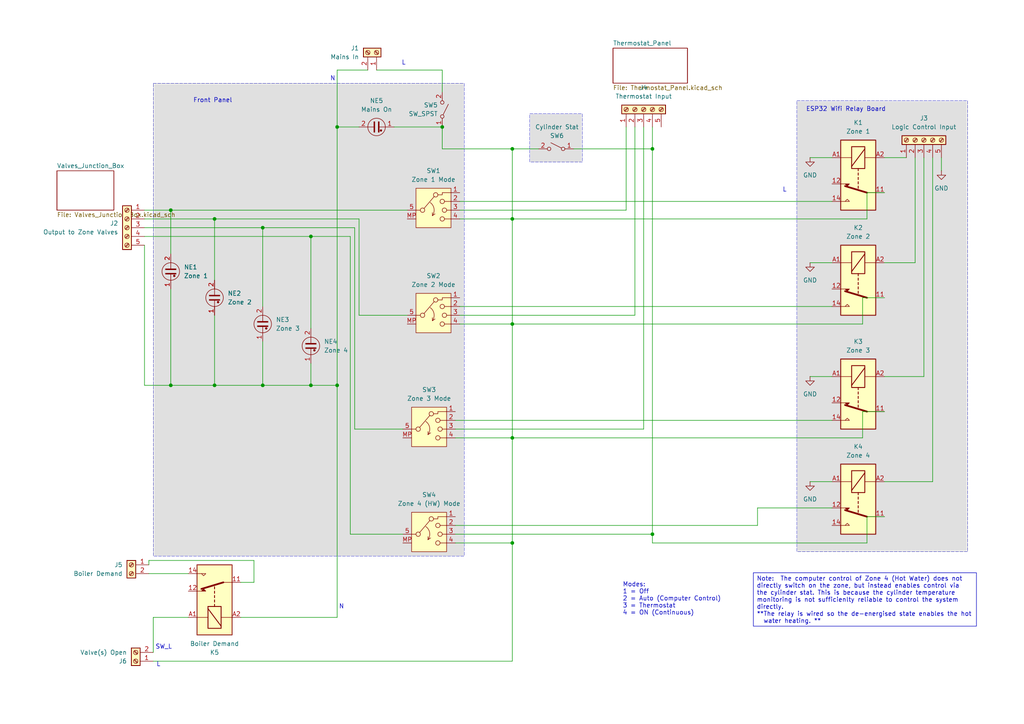
<source format=kicad_sch>
(kicad_sch (version 20231120) (generator "eeschema") (generator_version "8.0")
  (paper "A4")
  (title_block (title "Boiler Control Panel 1") (date "2024-12-19") (rev "4"))
  (lib_symbols
    (symbol "Connector:Screw_Terminal_01x02" (pin_names (offset 1.016) hide)
      (property "Reference" "J" (at 0 2.54 0))
      (property "Value" "Screw_Terminal_01x02" (at 0 -5.08 0))
      (symbol "Screw_Terminal_01x02_1_1"
        (rectangle (start -1.27 1.27) (end 1.27 -3.81) (stroke (width 0.254)) (fill (type background)))
        (circle (center 0 -2.54) (radius 0.635) (stroke (width 0.1524)))
        (polyline (pts (xy -0.5334 -2.2098) (xy 0.3302 -3.048)) (stroke (width 0.1524)))
        (polyline (pts (xy -0.5334 0.3302) (xy 0.3302 -0.508)) (stroke (width 0.1524)))
        (polyline (pts (xy -0.3556 -2.032) (xy 0.508 -2.8702)) (stroke (width 0.1524)))
        (polyline (pts (xy -0.3556 0.508) (xy 0.508 -0.3302)) (stroke (width 0.1524)))
        (circle (center 0 0) (radius 0.635) (stroke (width 0.1524)))
        (pin passive line (at -5.08 0 0) (length 3.81) (name "Pin_1") (number "1"))
        (pin passive line (at -5.08 -2.54 0) (length 3.81) (name "Pin_2") (number "2"))
      )
    )
    (symbol "Connector:Screw_Terminal_01x05" (pin_names (offset 1.016) hide)
      (property "Reference" "J" (at 0 7.62 0))
      (property "Value" "Screw_Terminal_01x05" (at 0 -7.62 0))
      (symbol "Screw_Terminal_01x05_1_1"
        (rectangle (start -1.27 6.35) (end 1.27 -6.35) (stroke (width 0.254)) (fill (type background)))
        (circle (center 0 -5.08) (radius 0.635) (stroke (width 0.1524)))
        (circle (center 0 -2.54) (radius 0.635) (stroke (width 0.1524)))
        (polyline (pts (xy -0.5334 -4.7498) (xy 0.3302 -5.588)) (stroke (width 0.1524)))
        (polyline (pts (xy -0.5334 -2.2098) (xy 0.3302 -3.048)) (stroke (width 0.1524)))
        (polyline (pts (xy -0.5334 0.3302) (xy 0.3302 -0.508)) (stroke (width 0.1524)))
        (polyline (pts (xy -0.5334 2.8702) (xy 0.3302 2.032)) (stroke (width 0.1524)))
        (polyline (pts (xy -0.5334 5.4102) (xy 0.3302 4.572)) (stroke (width 0.1524)))
        (polyline (pts (xy -0.3556 -4.572) (xy 0.508 -5.4102)) (stroke (width 0.1524)))
        (polyline (pts (xy -0.3556 -2.032) (xy 0.508 -2.8702)) (stroke (width 0.1524)))
        (polyline (pts (xy -0.3556 0.508) (xy 0.508 -0.3302)) (stroke (width 0.1524)))
        (polyline (pts (xy -0.3556 3.048) (xy 0.508 2.2098)) (stroke (width 0.1524)))
        (polyline (pts (xy -0.3556 5.588) (xy 0.508 4.7498)) (stroke (width 0.1524)))
        (circle (center 0 0) (radius 0.635) (stroke (width 0.1524)))
        (circle (center 0 2.54) (radius 0.635) (stroke (width 0.1524)))
        (circle (center 0 5.08) (radius 0.635) (stroke (width 0.1524)))
        (pin passive line (at -5.08 5.08 0) (length 3.81) (name "Pin_1") (number "1"))
        (pin passive line (at -5.08 2.54 0) (length 3.81) (name "Pin_2") (number "2"))
        (pin passive line (at -5.08 0 0) (length 3.81) (name "Pin_3") (number "3"))
        (pin passive line (at -5.08 -2.54 0) (length 3.81) (name "Pin_4") (number "4"))
        (pin passive line (at -5.08 -5.08 0) (length 3.81) (name "Pin_5") (number "5"))
      )
    )
    (symbol "Device:Lamp_Neon" (pin_names (offset 0.0254) hide)
      (property "Reference" "NE" (at 0.635 3.81 0))
      (property "Value" "Lamp_Neon" (at 0.635 -3.81 0))
      (symbol "Lamp_Neon_0_1"
        (rectangle (start -1.524 -0.508) (end 1.524 -0.762) (fill (type outline)))
        (rectangle (start -1.524 0.762) (end 1.524 0.508) (fill (type outline)))
        (polyline (pts (xy 0 -2.54) (xy 0 -0.762)))
        (polyline (pts (xy 0 0.762) (xy 0 2.54)))
        (circle (center 0 0) (radius 2.54))
        (circle (center 1.016 -1.27) (radius 0.254) (fill (type outline)))
      )
      (symbol "Lamp_Neon_1_1"
        (pin passive line (at 0 -5.08 90) (length 2.54) (name "~") (number "1"))
        (pin passive line (at 0 5.08 270) (length 2.54) (name "~") (number "2"))
      )
    )
    (symbol "Relay:Fujitsu_FTR-LYCA005x"
      (property "Reference" "K" (at 11.43 3.81 0))
      (property "Value" "Fujitsu_FTR-LYCA005x" (at 11.43 1.27 0))
      (symbol "Fujitsu_FTR-LYCA005x_0_0"
        (polyline (pts (xy 7.62 5.08) (xy 7.62 2.54) (xy 6.985 3.175) (xy 7.62 3.81)))
      )
      (symbol "Fujitsu_FTR-LYCA005x_0_1"
        (rectangle (start -10.16 5.08) (end 10.16 -5.08) (stroke (width 0.254)) (fill (type background)))
        (rectangle (start -8.255 1.905) (end -1.905 -1.905) (stroke (width 0.254)))
        (polyline (pts (xy -7.62 -1.905) (xy -2.54 1.905)) (stroke (width 0.254)))
        (polyline (pts (xy -5.08 -5.08) (xy -5.08 -1.905)))
        (polyline (pts (xy -5.08 5.08) (xy -5.08 1.905)))
        (polyline (pts (xy -1.905 0) (xy -1.27 0)) (stroke (width 0.254)))
        (polyline (pts (xy -0.635 0) (xy 0 0)) (stroke (width 0.254)))
        (polyline (pts (xy 0.635 0) (xy 1.27 0)) (stroke (width 0.254)))
        (polyline (pts (xy 1.905 0) (xy 2.54 0)) (stroke (width 0.254)))
        (polyline (pts (xy 3.175 0) (xy 3.81 0)) (stroke (width 0.254)))
        (polyline (pts (xy 5.08 -2.54) (xy 3.175 3.81)) (stroke (width 0.508)))
        (polyline (pts (xy 5.08 -2.54) (xy 5.08 -5.08)))
        (polyline (pts (xy 2.54 5.08) (xy 2.54 2.54) (xy 3.175 3.175) (xy 2.54 3.81)) (fill (type outline)))
      )
      (symbol "Fujitsu_FTR-LYCA005x_1_1"
        (pin passive line (at 5.08 -7.62 90) (length 2.54) (name "~") (number "11"))
        (pin passive line (at 2.54 7.62 270) (length 2.54) (name "~") (number "12"))
        (pin passive line (at 7.62 7.62 270) (length 2.54) (name "~") (number "14"))
        (pin passive line (at -5.08 7.62 270) (length 2.54) (name "~") (number "A1"))
        (pin passive line (at -5.08 -7.62 90) (length 2.54) (name "~") (number "A2"))
      )
    )
    (symbol "Switch:SW_Rotary_1x4_MP" (pin_names hide)
      (property "Reference" "SW" (at 0 7.62 0))
      (property "Value" "SW_Rotary_1x4_MP" (at 8.89 -6.35 0))
      (symbol "SW_Rotary_1x4_MP_0_1"
        (circle (center -3.175 0) (radius 0.635))
        (arc (start -0.3176 -1.5875) (mid 0.154 0.449) (end -0.9526 2.2225))
        (polyline (pts (xy -5.08 0) (xy -3.81 0)))
        (polyline (pts (xy -2.7432 0.508) (xy 0.2032 3.9624)))
        (polyline (pts (xy -0.3176 -1.5875) (xy -0.3176 -1.5875)))
        (polyline (pts (xy -0.3176 -1.5875) (xy -0.3176 -0.6985)))
        (polyline (pts (xy -0.3176 -1.5875) (xy 0.4444 -1.0795)))
        (polyline (pts (xy 0.3174 -1.5875) (xy 0.3174 -1.5875)))
        (polyline (pts (xy 5.08 -2.54) (xy 3.175 -2.54)))
        (polyline (pts (xy 5.08 0) (xy 3.81 0)))
        (polyline (pts (xy 5.08 2.54) (xy 3.175 2.54)))
        (polyline (pts (xy 5.08 5.08) (xy 2.54 5.08) (xy 2.54 4.445) (xy 1.27 4.445)))
        (circle (center 0.635 4.445) (radius 0.635))
        (circle (center 2.54 -2.54) (radius 0.635))
        (circle (center 2.54 2.54) (radius 0.635))
        (circle (center 3.175 0) (radius 0.635))
      )
      (symbol "SW_Rotary_1x4_MP_1_1"
        (polyline (pts (xy -5.08 6.35) (xy 5.08 6.35) (xy 5.08 -5.08) (xy -5.08 -5.08) (xy -5.08 6.35) (xy -5.08 6.35)) (fill (type background)))
        (pin passive line (at 7.62 5.08 180) (length 2.54) (name "") (number "1"))
        (pin passive line (at 7.62 2.54 180) (length 2.54) (name "") (number "2"))
        (pin passive line (at 7.62 0 180) (length 2.54) (name "") (number "3"))
        (pin passive line (at 7.62 -2.54 180) (length 2.54) (name "") (number "4"))
        (pin passive line (at -7.62 0 0) (length 2.54) (name "") (number "5"))
        (pin passive line (at -7.62 -2.54 0) (length 2.54) (name "") (number "MP"))
      )
    )
    (symbol "Switch:SW_SPST" (pin_names (offset 0) hide)
      (property "Reference" "SW" (at 0 3.175 0))
      (property "Value" "SW_SPST" (at 0 -2.54 0))
      (symbol "SW_SPST_0_0"
        (circle (center -2.032 0) (radius 0.508))
        (polyline (pts (xy -1.524 0.254) (xy 1.524 1.778)))
        (circle (center 2.032 0) (radius 0.508))
      )
      (symbol "SW_SPST_1_1"
        (pin passive line (at -5.08 0 0) (length 2.54) (name "A") (number "1"))
        (pin passive line (at 5.08 0 180) (length 2.54) (name "B") (number "2"))
      )
    )
    (symbol "power:GND" (power) (pin_numbers hide) (pin_names (offset 0) hide)
      (property "Value" "GND" (at 0 -3.81 0))
      (symbol "GND_0_1"
        (polyline (pts (xy 0 0) (xy 0 -1.27) (xy 1.27 -1.27) (xy 0 -2.54) (xy -1.27 -1.27) (xy 0 -1.27)))
      )
      (symbol "GND_1_1"
        (pin power_in line (at 0 0 270) (length 0) (name "~") (number "1"))
      )
    )
  )
  (junction (at 49.53 60.96))
  (junction (at 148.59 157.48))
  (junction (at 49.53 111.76))
  (junction (at 128.27 36.83))
  (junction (at 148.59 127))
  (junction (at 148.59 43.18))
  (junction (at 90.17 68.58))
  (junction (at 97.79 36.83))
  (junction (at 97.79 111.76))
  (junction (at 90.17 111.76))
  (junction (at 76.2 66.04))
  (junction (at 189.23 154.94))
  (junction (at 62.23 63.5))
  (junction (at 62.23 111.76))
  (junction (at 189.23 43.18))
  (junction (at 148.59 63.5))
  (junction (at 76.2 111.76))
  (junction (at 148.59 93.98))
  (wire (pts (xy 132.08 121.92) (xy 241.3 121.92)))
  (wire (pts (xy 76.2 99.06) (xy 76.2 111.76)))
  (wire (pts (xy 101.6 154.94) (xy 101.6 68.58)))
  (wire (pts (xy 189.23 157.48) (xy 251.46 157.48)))
  (wire (pts (xy 189.23 154.94) (xy 189.23 157.48)))
  (wire (pts (xy 148.59 43.18) (xy 128.27 43.18)))
  (wire (pts (xy 219.71 147.32) (xy 241.3 147.32)))
  (wire (pts (xy 62.23 63.5) (xy 104.14 63.5)))
  (wire (pts (xy 234.95 76.2) (xy 241.3 76.2)))
  (wire (pts (xy 219.71 152.4) (xy 219.71 147.32)))
  (wire (pts (xy 49.53 111.76) (xy 62.23 111.76)))
  (wire (pts (xy 116.84 154.94) (xy 101.6 154.94)))
  (wire (pts (xy 76.2 66.04) (xy 76.2 88.9)))
  (wire (pts (xy 90.17 68.58) (xy 101.6 68.58)))
  (wire (pts (xy 184.15 91.44) (xy 133.35 91.44)))
  (wire (pts (xy 49.53 83.82) (xy 49.53 111.76)))
  (wire (pts (xy 43.18 166.37) (xy 54.61 166.37)))
  (wire (pts (xy 256.54 119.38) (xy 250.19 119.38)))
  (wire (pts (xy 133.35 63.5) (xy 148.59 63.5)))
  (wire (pts (xy 132.08 154.94) (xy 189.23 154.94)))
  (wire (pts (xy 148.59 157.48) (xy 148.59 127)))
  (wire (pts (xy 256.54 149.86) (xy 251.46 149.86)))
  (wire (pts (xy 102.87 66.04) (xy 76.2 66.04)))
  (wire (pts (xy 132.08 127) (xy 148.59 127)))
  (wire (pts (xy 104.14 91.44) (xy 104.14 63.5)))
  (wire (pts (xy 44.45 179.07) (xy 54.61 179.07)))
  (wire (pts (xy 41.91 68.58) (xy 90.17 68.58)))
  (wire (pts (xy 128.27 36.83) (xy 114.3 36.83)))
  (wire (pts (xy 133.35 88.9) (xy 241.3 88.9)))
  (wire (pts (xy 148.59 191.77) (xy 44.45 191.77)))
  (wire (pts (xy 41.91 111.76) (xy 49.53 111.76)))
  (wire (pts (xy 256.54 55.88) (xy 251.46 55.88)))
  (wire (pts (xy 251.46 149.86) (xy 251.46 157.48)))
  (wire (pts (xy 104.14 91.44) (xy 118.11 91.44)))
  (wire (pts (xy 234.95 109.22) (xy 241.3 109.22)))
  (wire (pts (xy 62.23 91.44) (xy 62.23 111.76)))
  (wire (pts (xy 189.23 36.83) (xy 189.23 43.18)))
  (wire (pts (xy 186.69 36.83) (xy 186.69 124.46)))
  (wire (pts (xy 133.35 60.96) (xy 181.61 60.96)))
  (wire (pts (xy 116.84 124.46) (xy 102.87 124.46)))
  (wire (pts (xy 250.19 86.36) (xy 250.19 93.98)))
  (wire (pts (xy 234.95 139.7) (xy 241.3 139.7)))
  (wire (pts (xy 148.59 127) (xy 250.19 127)))
  (wire (pts (xy 90.17 105.41) (xy 90.17 111.76)))
  (wire (pts (xy 49.53 73.66) (xy 49.53 60.96)))
  (wire (pts (xy 273.05 45.72) (xy 273.05 49.53)))
  (wire (pts (xy 148.59 93.98) (xy 148.59 63.5)))
  (wire (pts (xy 97.79 179.07) (xy 69.85 179.07)))
  (wire (pts (xy 128.27 20.32) (xy 128.27 26.67)))
  (wire (pts (xy 256.54 109.22) (xy 267.97 109.22)))
  (wire (pts (xy 97.79 36.83) (xy 97.79 111.76)))
  (wire (pts (xy 90.17 95.25) (xy 90.17 68.58)))
  (wire (pts (xy 43.18 163.83) (xy 43.18 162.56)))
  (wire (pts (xy 73.66 168.91) (xy 69.85 168.91)))
  (wire (pts (xy 132.08 157.48) (xy 148.59 157.48)))
  (wire (pts (xy 166.37 43.18) (xy 189.23 43.18)))
  (wire (pts (xy 251.46 55.88) (xy 251.46 63.5)))
  (wire (pts (xy 102.87 124.46) (xy 102.87 66.04)))
  (wire (pts (xy 90.17 111.76) (xy 97.79 111.76)))
  (wire (pts (xy 148.59 127) (xy 148.59 93.98)))
  (wire (pts (xy 148.59 63.5) (xy 148.59 43.18)))
  (wire (pts (xy 128.27 43.18) (xy 128.27 36.83)))
  (wire (pts (xy 97.79 111.76) (xy 97.79 179.07)))
  (wire (pts (xy 44.45 189.23) (xy 44.45 179.07)))
  (wire (pts (xy 267.97 109.22) (xy 267.97 45.72)))
  (wire (pts (xy 41.91 63.5) (xy 62.23 63.5)))
  (wire (pts (xy 132.08 124.46) (xy 186.69 124.46)))
  (wire (pts (xy 106.68 20.32) (xy 97.79 20.32)))
  (wire (pts (xy 41.91 111.76) (xy 41.91 71.12)))
  (wire (pts (xy 62.23 111.76) (xy 76.2 111.76)))
  (wire (pts (xy 265.43 76.2) (xy 265.43 45.72)))
  (wire (pts (xy 270.51 139.7) (xy 270.51 45.72)))
  (wire (pts (xy 62.23 63.5) (xy 62.23 81.28)))
  (wire (pts (xy 109.22 20.32) (xy 128.27 20.32)))
  (wire (pts (xy 256.54 139.7) (xy 270.51 139.7)))
  (wire (pts (xy 97.79 20.32) (xy 97.79 36.83)))
  (wire (pts (xy 76.2 111.76) (xy 90.17 111.76)))
  (wire (pts (xy 104.14 36.83) (xy 97.79 36.83)))
  (wire (pts (xy 184.15 36.83) (xy 184.15 91.44)))
  (wire (pts (xy 256.54 76.2) (xy 265.43 76.2)))
  (wire (pts (xy 43.18 162.56) (xy 73.66 162.56)))
  (wire (pts (xy 133.35 58.42) (xy 241.3 58.42)))
  (wire (pts (xy 132.08 152.4) (xy 219.71 152.4)))
  (wire (pts (xy 148.59 43.18) (xy 156.21 43.18)))
  (wire (pts (xy 148.59 157.48) (xy 148.59 191.77)))
  (wire (pts (xy 148.59 93.98) (xy 250.19 93.98)))
  (wire (pts (xy 181.61 36.83) (xy 181.61 60.96)))
  (wire (pts (xy 256.54 86.36) (xy 250.19 86.36)))
  (wire (pts (xy 41.91 60.96) (xy 49.53 60.96)))
  (wire (pts (xy 189.23 154.94) (xy 189.23 43.18)))
  (wire (pts (xy 73.66 162.56) (xy 73.66 168.91)))
  (wire (pts (xy 41.91 66.04) (xy 76.2 66.04)))
  (wire (pts (xy 250.19 119.38) (xy 250.19 127)))
  (wire (pts (xy 256.54 45.72) (xy 262.89 45.72)))
  (wire (pts (xy 148.59 63.5) (xy 251.46 63.5)))
  (wire (pts (xy 133.35 93.98) (xy 148.59 93.98)))
  (wire (pts (xy 49.53 60.96) (xy 118.11 60.96)))
  (wire (pts (xy 234.95 45.72) (xy 241.3 45.72)))
  (rectangle (start 44.45 24.13) (end 134.62 161.29) (stroke (width 0.0051) (type dash)) (fill (type color) (color 224 224 224 1)))
  (rectangle (start 231.14 29.21) (end 280.67 160.02) (stroke (width 0.0051) (type dash)) (fill (type color) (color 224 224 224 1)))
  (rectangle (start 153.67 33.02) (end 168.91 46.99) (stroke (width 0.0051) (type dash)) (fill (type color) (color 224 224 224 1)))
  (text_box "Note:  The computer control of Zone 4 (Hot Water) does not \ndirectly switch on the zone, but instead enables control via \nthe cylinder stat. This is because the cylinder temperature \nmonitoring is not sufficienlty reliable to control the system \ndirectly.  \n**The relay is wired so the de-energised state enables the hot \n  water heating. **" (at 218.5035 166.1297 0) (size 64.7065 15.4803) (effects (font (size 1.27 1.27) (thickness 0.1588)) (justify left)))
  (text "ESP32 Wifi Relay Board" (at 245.364 31.75 0) (effects (font (size 1.27 1.27))))
  (text "Front Panel" (at 61.722 29.21 0) (effects (font (size 1.27 1.27))))
  (text "N" (at 96.52 22.86 0) (effects (font (size 1.27 1.27))))
  (text "L" (at 227.584 55.118 0) (effects (font (size 1.27 1.27))))
  (text "Modes:\n1 = Off\n2 = Auto (Computer Control)\n3 = Thermostat\n4 = ON (Continuous)" (at 180.594 173.736 0) (effects (font (size 1.27 1.27)) (justify left)))
  (text "N" (at 99.06 176.022 0) (effects (font (size 1.27 1.27))))
  (text "SW_L\n" (at 47.498 187.706 0) (effects (font (size 1.27 1.27))))
  (text "L" (at 117.094 18.288 0) (effects (font (size 1.27 1.27))))
  (text "L" (at 45.974 192.786 0) (effects (font (size 1.27 1.27))))
  (symbol (lib_id "power:GND") (at 234.95 76.2 0) (unit 1)
    (property "Reference" "#PWR02" (effects (hide yes)))
    (property "Value" "GND" (at 234.95 81.28 0))
    (property "Description" "Power symbol creates a global label with name \"GND\" , ground" (effects (hide yes)))
  )
  (symbol (lib_id "Device:Lamp_Neon") (at 62.23 86.36 0) (unit 1)
    (property "Reference" "NE2" (at 66.04 85.0899 0) (effects (justify left)))
    (property "Value" "Zone 2" (at 66.04 87.6299 0) (effects (justify left)))
    (property "Description" "Neon lamp" (effects (hide yes)))
  )
  (symbol (lib_id "Relay:Fujitsu_FTR-LYCA005x") (at 248.92 81.28 90) (mirror x) (unit 1)
    (property "Reference" "K2" (at 248.92 66.04 90))
    (property "Value" "Zone 2" (at 248.92 68.58 90))
    (property "Footprint" "Relay_THT:Relay_SPDT_Fujitsu_FTR-LYCA005x_FormC_Vertical" (effects (hide yes)))
    (property "Datasheet" "https://www.fujitsu.com/sg/imagesgig5/ftr-ly.pdf" (effects (hide yes)))
    (property "Description" "Relay, SPDT Form C, vertical mount, 5-60V coil, 6A, 250VAC, 28 x 5 x 15mm" (effects (hide yes)))
  )
  (symbol (lib_id "power:GND") (at 234.95 139.7 0) (unit 1)
    (property "Reference" "#PWR04" (effects (hide yes)))
    (property "Value" "GND" (at 234.95 144.78 0))
    (property "Description" "Power symbol creates a global label with name \"GND\" , ground" (effects (hide yes)))
  )
  (symbol (lib_id "Relay:Fujitsu_FTR-LYCA005x") (at 248.92 114.3 90) (mirror x) (unit 1)
    (property "Reference" "K3" (at 248.92 99.06 90))
    (property "Value" "Zone 3" (at 248.92 101.6 90))
    (property "Footprint" "Relay_THT:Relay_SPDT_Fujitsu_FTR-LYCA005x_FormC_Vertical" (effects (hide yes)))
    (property "Datasheet" "https://www.fujitsu.com/sg/imagesgig5/ftr-ly.pdf" (effects (hide yes)))
    (property "Description" "Relay, SPDT Form C, vertical mount, 5-60V coil, 6A, 250VAC, 28 x 5 x 15mm" (effects (hide yes)))
  )
  (symbol (lib_id "power:GND") (at 234.95 109.22 0) (unit 1)
    (property "Reference" "#PWR03" (effects (hide yes)))
    (property "Value" "GND" (at 234.95 114.3 0))
    (property "Description" "Power symbol creates a global label with name \"GND\" , ground" (effects (hide yes)))
  )
  (symbol (lib_id "Device:Lamp_Neon") (at 76.2 93.98 0) (unit 1)
    (property "Reference" "NE3" (at 80.01 92.7099 0) (effects (justify left)))
    (property "Value" "Zone 3" (at 80.01 95.2499 0) (effects (justify left)))
    (property "Description" "Neon lamp" (effects (hide yes)))
  )
  (symbol (lib_id "Connector:Screw_Terminal_01x02") (at 39.37 191.77 180) (unit 1)
    (property "Reference" "J6" (at 36.83 191.7701 0) (effects (justify left)))
    (property "Value" "Valve(s) Open" (at 36.83 189.2301 0) (effects (justify left)))
    (property "Description" "Generic screw terminal, single row, 01x02, script generated (kicad-library-utils/schlib/autogen/connector/)" (effects (hide yes)))
  )
  (symbol (lib_id "Switch:SW_Rotary_1x4_MP") (at 125.73 91.44 0) (unit 1)
    (property "Reference" "SW2" (at 125.73 80.01 0))
    (property "Value" "Zone 2 Mode" (at 125.73 82.55 0))
    (property "Description" "Rotary switch 1x4, SP4T with mount point " (effects (hide yes)))
  )
  (symbol (lib_id "Switch:SW_Rotary_1x4_MP") (at 124.46 154.94 0) (unit 1)
    (property "Reference" "SW4" (at 124.46 143.51 0))
    (property "Value" "Zone 4 (HW) Mode" (at 124.46 146.05 0))
    (property "Description" "Rotary switch 1x4, SP4T with mount point " (effects (hide yes)))
  )
  (symbol (lib_id "Switch:SW_SPST") (at 128.27 31.75 270) (mirror x) (unit 1)
    (property "Reference" "SW5" (at 127 30.4799 90) (effects (justify right)))
    (property "Value" "SW_SPST" (at 127 33.0199 90) (effects (justify right)))
    (property "Description" "Single Pole Single Throw (SPST) switch" (effects (hide yes)))
  )
  (symbol (lib_id "Device:Lamp_Neon") (at 90.17 100.33 0) (unit 1)
    (property "Reference" "NE4" (at 93.98 99.0599 0) (effects (justify left)))
    (property "Value" "Zone 4" (at 93.98 101.5999 0) (effects (justify left)))
    (property "Description" "Neon lamp" (effects (hide yes)))
  )
  (symbol (lib_id "Connector:Screw_Terminal_01x05") (at 186.69 31.75 90) (unit 1)
    (property "Reference" "J4" (at 186.69 25.4 90))
    (property "Value" "Thermostat Input" (at 186.69 27.94 90))
    (property "Description" "Generic screw terminal, single row, 01x05, script generated (kicad-library-utils/schlib/autogen/connector/)" (effects (hide yes)))
  )
  (symbol (lib_id "Connector:Screw_Terminal_01x05") (at 36.83 66.04 0) (mirror y) (unit 1)
    (property "Reference" "J2" (at 34.29 64.7699 0) (effects (justify left)))
    (property "Value" "Output to Zone Valves" (at 34.29 67.3099 0) (effects (justify left)))
    (property "Description" "Generic screw terminal, single row, 01x05, script generated (kicad-library-utils/schlib/autogen/connector/)" (effects (hide yes)))
  )
  (symbol (lib_id "Device:Lamp_Neon") (at 49.53 78.74 0) (unit 1)
    (property "Reference" "NE1" (at 53.34 77.4699 0) (effects (justify left)))
    (property "Value" "Zone 1" (at 53.34 80.0099 0) (effects (justify left)))
    (property "Description" "Neon lamp" (effects (hide yes)))
  )
  (symbol (lib_id "Connector:Screw_Terminal_01x02") (at 38.1 163.83 0) (mirror y) (unit 1)
    (property "Reference" "J5" (at 35.56 163.8299 0) (effects (justify left)))
    (property "Value" "Boiler Demand" (at 35.56 166.3699 0) (effects (justify left)))
    (property "Description" "Generic screw terminal, single row, 01x02, script generated (kicad-library-utils/schlib/autogen/connector/)" (effects (hide yes)))
  )
  (symbol (lib_id "power:GND") (at 273.05 49.53 0) (unit 1)
    (property "Reference" "#PWR05" (effects (hide yes)))
    (property "Value" "GND" (at 273.05 54.61 0))
    (property "Description" "Power symbol creates a global label with name \"GND\" , ground" (effects (hide yes)))
  )
  (symbol (lib_id "Connector:Screw_Terminal_01x02") (at 109.22 15.24 270) (mirror x) (unit 1)
    (property "Reference" "J1" (at 104.14 13.9699 90) (effects (justify right)))
    (property "Value" "Mains In" (at 104.14 16.5099 90) (effects (justify right)))
    (property "Description" "Generic screw terminal, single row, 01x02, script generated (kicad-library-utils/schlib/autogen/connector/)" (effects (hide yes)))
  )
  (symbol (lib_id "Relay:Fujitsu_FTR-LYCA005x") (at 62.23 173.99 90) (unit 1)
    (property "Reference" "K5" (at 62.23 189.23 90))
    (property "Value" "Boiler Demand" (at 62.23 186.69 90))
    (property "Footprint" "Relay_THT:Relay_SPDT_Fujitsu_FTR-LYCA005x_FormC_Vertical" (effects (hide yes)))
    (property "Datasheet" "https://www.fujitsu.com/sg/imagesgig5/ftr-ly.pdf" (effects (hide yes)))
    (property "Description" "Relay, SPDT Form C, vertical mount, 5-60V coil, 6A, 250VAC, 28 x 5 x 15mm" (effects (hide yes)))
  )
  (symbol (lib_id "Device:Lamp_Neon") (at 109.22 36.83 90) (mirror x) (unit 1)
    (property "Reference" "NE5" (at 109.22 29.21 90))
    (property "Value" "Mains On" (at 109.22 31.75 90))
    (property "Description" "Neon lamp" (effects (hide yes)))
  )
  (symbol (lib_id "power:GND") (at 234.95 45.72 0) (unit 1)
    (property "Reference" "#PWR01" (effects (hide yes)))
    (property "Value" "GND" (at 234.95 50.8 0))
    (property "Description" "Power symbol creates a global label with name \"GND\" , ground" (effects (hide yes)))
  )
  (symbol (lib_id "Connector:Screw_Terminal_01x05") (at 267.97 40.64 90) (unit 1)
    (property "Reference" "J3" (at 267.97 34.29 90))
    (property "Value" "Logic Control Input" (at 267.97 36.83 90))
    (property "Description" "Generic screw terminal, single row, 01x05, script generated (kicad-library-utils/schlib/autogen/connector/)" (effects (hide yes)))
  )
  (symbol (lib_id "Relay:Fujitsu_FTR-LYCA005x") (at 248.92 144.78 90) (mirror x) (unit 1)
    (property "Reference" "K4" (at 248.92 129.54 90))
    (property "Value" "Zone 4" (at 248.92 132.08 90))
    (property "Footprint" "Relay_THT:Relay_SPDT_Fujitsu_FTR-LYCA005x_FormC_Vertical" (effects (hide yes)))
    (property "Datasheet" "https://www.fujitsu.com/sg/imagesgig5/ftr-ly.pdf" (effects (hide yes)))
    (property "Description" "Relay, SPDT Form C, vertical mount, 5-60V coil, 6A, 250VAC, 28 x 5 x 15mm" (effects (hide yes)))
  )
  (symbol (lib_id "Switch:SW_Rotary_1x4_MP") (at 125.73 60.96 0) (unit 1)
    (property "Reference" "SW1" (at 125.73 49.53 0))
    (property "Value" "Zone 1 Mode" (at 125.73 52.07 0))
    (property "Description" "Rotary switch 1x4, SP4T with mount point " (effects (hide yes)))
  )
  (symbol (lib_id "Relay:Fujitsu_FTR-LYCA005x") (at 248.92 50.8 90) (mirror x) (unit 1)
    (property "Reference" "K1" (at 248.92 35.56 90))
    (property "Value" "Zone 1" (at 248.92 38.1 90))
    (property "Footprint" "Relay_THT:Relay_SPDT_Fujitsu_FTR-LYCA005x_FormC_Vertical" (effects (hide yes)))
    (property "Datasheet" "https://www.fujitsu.com/sg/imagesgig5/ftr-ly.pdf" (effects (hide yes)))
    (property "Description" "Relay, SPDT Form C, vertical mount, 5-60V coil, 6A, 250VAC, 28 x 5 x 15mm" (effects (hide yes)))
  )
  (symbol (lib_id "Switch:SW_Rotary_1x4_MP") (at 124.46 124.46 0) (unit 1)
    (property "Reference" "SW3" (at 124.46 113.03 0))
    (property "Value" "Zone 3 Mode" (at 124.46 115.57 0))
    (property "Description" "Rotary switch 1x4, SP4T with mount point " (effects (hide yes)))
  )
  (symbol (lib_id "Switch:SW_SPST") (at 161.29 43.18 0) (mirror y) (unit 1)
    (property "Reference" "SW6" (at 161.544 39.37 0))
    (property "Value" "Cylinder Stat" (at 161.544 36.83 0))
    (property "Description" "Single Pole Single Throw (SPST) switch" (effects (hide yes)))
  )
  (sheet (at 16.51 49.53) (size 16.51 11.43) (stroke (width 0.1524))
    (property "Sheetname" "Valves_Junction_Box" (at 16.51 48.8184 0) (effects (justify left bottom)))
    (property "Sheetfile" "Valves_Junction_Box.kicad_sch" (at 16.51 61.5446 0) (effects (justify left top)))
  )
  (sheet (at 177.8 13.97) (size 21.59 10.16) (stroke (width 0.1524))
    (property "Sheetname" "Thermostat_Panel" (at 177.8 13.2584 0) (effects (justify left bottom)))
    (property "Sheetfile" "Thermostat_Panel.kicad_sch" (at 177.8 24.7146 0) (effects (justify left top)))
  )
)
</source>
